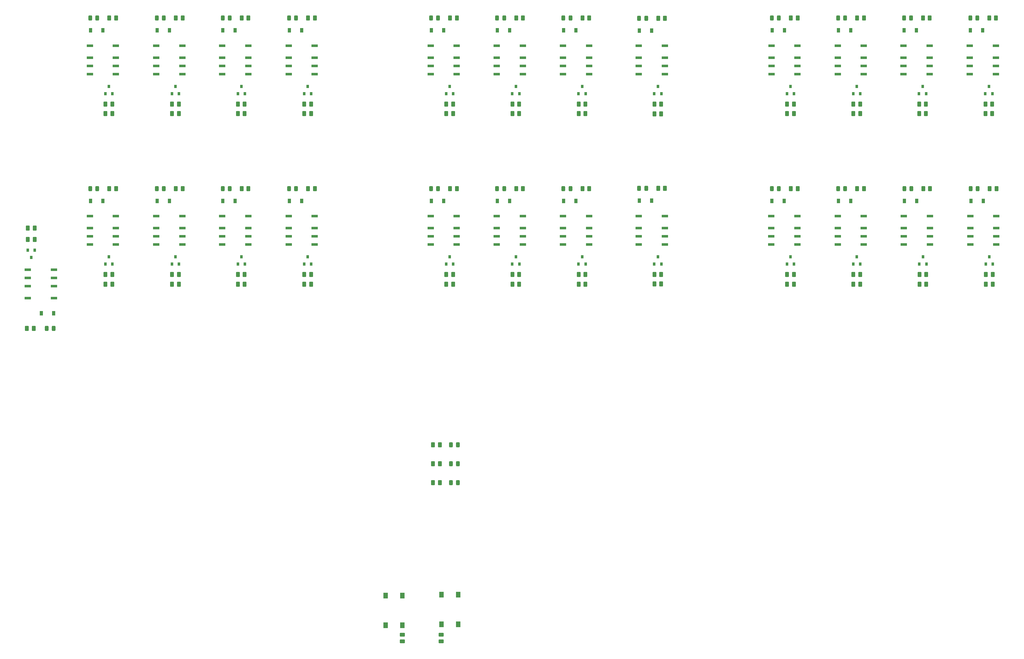
<source format=gbr>
%TF.GenerationSoftware,KiCad,Pcbnew,(5.99.0-12218-g749d2d5987)*%
%TF.CreationDate,2021-09-14T22:45:12+03:00*%
%TF.ProjectId,stend_main,7374656e-645f-46d6-9169-6e2e6b696361,rev*%
%TF.SameCoordinates,PX258bd10PYee998b0*%
%TF.FileFunction,Paste,Top*%
%TF.FilePolarity,Positive*%
%FSLAX46Y46*%
G04 Gerber Fmt 4.6, Leading zero omitted, Abs format (unit mm)*
G04 Created by KiCad (PCBNEW (5.99.0-12218-g749d2d5987)) date 2021-09-14 22:45:12*
%MOMM*%
%LPD*%
G01*
G04 APERTURE LIST*
G04 Aperture macros list*
%AMRoundRect*
0 Rectangle with rounded corners*
0 $1 Rounding radius*
0 $2 $3 $4 $5 $6 $7 $8 $9 X,Y pos of 4 corners*
0 Add a 4 corners polygon primitive as box body*
4,1,4,$2,$3,$4,$5,$6,$7,$8,$9,$2,$3,0*
0 Add four circle primitives for the rounded corners*
1,1,$1+$1,$2,$3*
1,1,$1+$1,$4,$5*
1,1,$1+$1,$6,$7*
1,1,$1+$1,$8,$9*
0 Add four rect primitives between the rounded corners*
20,1,$1+$1,$2,$3,$4,$5,0*
20,1,$1+$1,$4,$5,$6,$7,0*
20,1,$1+$1,$6,$7,$8,$9,0*
20,1,$1+$1,$8,$9,$2,$3,0*%
G04 Aperture macros list end*
%ADD10RoundRect,0.243750X0.243750X0.456250X-0.243750X0.456250X-0.243750X-0.456250X0.243750X-0.456250X0*%
%ADD11RoundRect,0.250000X-0.262500X-0.450000X0.262500X-0.450000X0.262500X0.450000X-0.262500X0.450000X0*%
%ADD12RoundRect,0.250000X0.262500X0.450000X-0.262500X0.450000X-0.262500X-0.450000X0.262500X-0.450000X0*%
%ADD13R,0.900000X1.200000*%
%ADD14R,0.800000X0.900000*%
%ADD15R,1.300000X1.550000*%
%ADD16R,1.800000X0.800000*%
%ADD17RoundRect,0.250000X-0.450000X0.262500X-0.450000X-0.262500X0.450000X-0.262500X0.450000X0.262500X0*%
%ADD18RoundRect,0.243750X-0.243750X-0.456250X0.243750X-0.456250X0.243750X0.456250X-0.243750X0.456250X0*%
%ADD19RoundRect,0.250000X0.450000X-0.262500X0.450000X0.262500X-0.450000X0.262500X-0.450000X-0.262500X0*%
G04 APERTURE END LIST*
D10*
%TO.C,VD1*%
X123365500Y60960000D03*
X121490500Y60960000D03*
%TD*%
D11*
%TO.C,R35*%
X121261500Y129783992D03*
X123086500Y129783992D03*
%TD*%
D12*
%TO.C,R66*%
X248943500Y149860000D03*
X247118500Y149860000D03*
%TD*%
D13*
%TO.C,VD49*%
X260859000Y172212000D03*
X264159000Y172212000D03*
%TD*%
D14*
%TO.C,VT9*%
X120208000Y155210000D03*
X122108000Y155210000D03*
X121158000Y157210000D03*
%TD*%
%TO.C,VT17*%
X211648000Y155210000D03*
X213548000Y155210000D03*
X212598000Y157210000D03*
%TD*%
D11*
%TO.C,R62*%
X230481500Y175514000D03*
X232306500Y175514000D03*
%TD*%
D13*
%TO.C,VD23*%
X116206000Y126482000D03*
X119506000Y126482000D03*
%TD*%
D12*
%TO.C,R80*%
X9548500Y92202000D03*
X7723500Y92202000D03*
%TD*%
D13*
%TO.C,VD19*%
X78106000Y126482000D03*
X81406000Y126482000D03*
%TD*%
D15*
%TO.C,S2*%
X108422000Y12535000D03*
X108422000Y20485000D03*
X103922000Y20485000D03*
X103922000Y12535000D03*
%TD*%
D16*
%TO.C,K22*%
X242981800Y122380000D03*
X242981800Y119180000D03*
X242981800Y116980000D03*
X242981800Y114780000D03*
X249981800Y114780000D03*
X249981800Y116980000D03*
X249981800Y119180000D03*
X249981800Y122380000D03*
%TD*%
D12*
%TO.C,R36*%
X139800500Y149860000D03*
X137975500Y149860000D03*
%TD*%
D11*
%TO.C,R1*%
X116689500Y60960000D03*
X118514500Y60960000D03*
%TD*%
D10*
%TO.C,VD46*%
X244985300Y129784000D03*
X243110300Y129784000D03*
%TD*%
D11*
%TO.C,R55*%
X211685500Y152410000D03*
X213510500Y152410000D03*
%TD*%
%TO.C,R77*%
X266041500Y129784000D03*
X267866500Y129784000D03*
%TD*%
%TO.C,R78*%
X7977500Y119126000D03*
X9802500Y119126000D03*
%TD*%
D12*
%TO.C,R60*%
X231290500Y149860000D03*
X229465500Y149860000D03*
%TD*%
D13*
%TO.C,VD15*%
X60292000Y126482000D03*
X63592000Y126482000D03*
%TD*%
D16*
%TO.C,K8*%
X77928000Y122380000D03*
X77928000Y119180000D03*
X77928000Y116980000D03*
X77928000Y114780000D03*
X84928000Y114780000D03*
X84928000Y116980000D03*
X84928000Y119180000D03*
X84928000Y122380000D03*
%TD*%
D13*
%TO.C,VD45*%
X243079000Y172212000D03*
X246379000Y172212000D03*
%TD*%
%TO.C,VD35*%
X172035200Y126492000D03*
X175335200Y126492000D03*
%TD*%
D12*
%TO.C,R15*%
X48491500Y104130000D03*
X46666500Y104130000D03*
%TD*%
D14*
%TO.C,VT6*%
X64294000Y109480000D03*
X66194000Y109480000D03*
X65244000Y111480000D03*
%TD*%
D11*
%TO.C,R37*%
X137975500Y152410000D03*
X139800500Y152410000D03*
%TD*%
D14*
%TO.C,VT15*%
X176037200Y155200000D03*
X177937200Y155200000D03*
X176987200Y157200000D03*
%TD*%
D11*
%TO.C,R38*%
X138991500Y175514000D03*
X140816500Y175514000D03*
%TD*%
D10*
%TO.C,VD26*%
X135761500Y129784000D03*
X133886500Y129784000D03*
%TD*%
D11*
%TO.C,R8*%
X29821500Y175514000D03*
X31646500Y175514000D03*
%TD*%
D10*
%TO.C,VD10*%
X44452500Y129784000D03*
X42577500Y129784000D03*
%TD*%
%TO.C,VD32*%
X173860700Y175504000D03*
X171985700Y175504000D03*
%TD*%
D16*
%TO.C,K18*%
X207444000Y122380000D03*
X207444000Y119180000D03*
X207444000Y116980000D03*
X207444000Y114780000D03*
X214444000Y114780000D03*
X214444000Y116980000D03*
X214444000Y119180000D03*
X214444000Y122380000D03*
%TD*%
%TO.C,K11*%
X133758000Y168110000D03*
X133758000Y164910000D03*
X133758000Y162710000D03*
X133758000Y160510000D03*
X140758000Y160510000D03*
X140758000Y162710000D03*
X140758000Y164910000D03*
X140758000Y168110000D03*
%TD*%
%TO.C,K12*%
X133758000Y122380000D03*
X133758000Y119180000D03*
X133758000Y116980000D03*
X133758000Y114780000D03*
X140758000Y114780000D03*
X140758000Y116980000D03*
X140758000Y119180000D03*
X140758000Y122380000D03*
%TD*%
%TO.C,K7*%
X77928000Y168110000D03*
X77928000Y164910000D03*
X77928000Y162710000D03*
X77928000Y160510000D03*
X84928000Y160510000D03*
X84928000Y162710000D03*
X84928000Y164910000D03*
X84928000Y168110000D03*
%TD*%
D14*
%TO.C,VT13*%
X155717000Y155210000D03*
X157617000Y155210000D03*
X156667000Y157210000D03*
%TD*%
D11*
%TO.C,R17*%
X47682500Y129784000D03*
X49507500Y129784000D03*
%TD*%
D16*
%TO.C,K10*%
X116028000Y122380000D03*
X116028000Y119180000D03*
X116028000Y116980000D03*
X116028000Y114780000D03*
X123028000Y114780000D03*
X123028000Y116980000D03*
X123028000Y119180000D03*
X123028000Y122380000D03*
%TD*%
D10*
%TO.C,VD22*%
X118031500Y129784000D03*
X116156500Y129784000D03*
%TD*%
D12*
%TO.C,R48*%
X177899700Y149850000D03*
X176074700Y149850000D03*
%TD*%
D11*
%TO.C,R29*%
X83161500Y129784000D03*
X84986500Y129784000D03*
%TD*%
D12*
%TO.C,R79*%
X9802500Y116078000D03*
X7977500Y116078000D03*
%TD*%
%TO.C,R75*%
X266850500Y104130000D03*
X265025500Y104130000D03*
%TD*%
D14*
%TO.C,VT18*%
X211624000Y109480000D03*
X213524000Y109480000D03*
X212574000Y111480000D03*
%TD*%
%TO.C,VT3*%
X46629000Y155210000D03*
X48529000Y155210000D03*
X47579000Y157210000D03*
%TD*%
D11*
%TO.C,R2*%
X116689500Y55880000D03*
X118514500Y55880000D03*
%TD*%
D14*
%TO.C,VT25*%
X9840000Y113268000D03*
X7940000Y113268000D03*
X8890000Y111268000D03*
%TD*%
D11*
%TO.C,R52*%
X176074700Y106690000D03*
X177899700Y106690000D03*
%TD*%
D10*
%TO.C,VD40*%
X227251500Y175514000D03*
X225376500Y175514000D03*
%TD*%
%TO.C,VD20*%
X118031500Y175514000D03*
X116156500Y175514000D03*
%TD*%
D14*
%TO.C,VT12*%
X137938000Y109480000D03*
X139838000Y109480000D03*
X138888000Y111480000D03*
%TD*%
%TO.C,VT8*%
X82108000Y109480000D03*
X84008000Y109480000D03*
X83058000Y111480000D03*
%TD*%
D16*
%TO.C,K17*%
X207468000Y168110000D03*
X207468000Y164910000D03*
X207468000Y162710000D03*
X207468000Y160510000D03*
X214468000Y160510000D03*
X214468000Y162710000D03*
X214468000Y164910000D03*
X214468000Y168110000D03*
%TD*%
D11*
%TO.C,R20*%
X65347500Y175514000D03*
X67172500Y175514000D03*
%TD*%
%TO.C,R56*%
X212701500Y175514000D03*
X214526500Y175514000D03*
%TD*%
D10*
%TO.C,VD44*%
X244904500Y175514000D03*
X243029500Y175514000D03*
%TD*%
D16*
%TO.C,K25*%
X14940000Y100352000D03*
X14940000Y103552000D03*
X14940000Y105752000D03*
X14940000Y107952000D03*
X7940000Y107952000D03*
X7940000Y105752000D03*
X7940000Y103552000D03*
X7940000Y100352000D03*
%TD*%
D14*
%TO.C,VT7*%
X82108000Y155210000D03*
X84008000Y155210000D03*
X83058000Y157210000D03*
%TD*%
D10*
%TO.C,VD14*%
X62117500Y129784000D03*
X60242500Y129784000D03*
%TD*%
%TO.C,VD2*%
X123365500Y55880000D03*
X121490500Y55880000D03*
%TD*%
D14*
%TO.C,VT11*%
X137938000Y155210000D03*
X139838000Y155210000D03*
X138888000Y157210000D03*
%TD*%
D12*
%TO.C,R21*%
X66156500Y104130000D03*
X64331500Y104130000D03*
%TD*%
D13*
%TO.C,VD41*%
X225426000Y172212000D03*
X228726000Y172212000D03*
%TD*%
D12*
%TO.C,R63*%
X231288500Y104130000D03*
X229463500Y104130000D03*
%TD*%
%TO.C,R45*%
X157579500Y104130000D03*
X155754500Y104130000D03*
%TD*%
D13*
%TO.C,VD47*%
X243159800Y126482000D03*
X246459800Y126482000D03*
%TD*%
D10*
%TO.C,VD4*%
X26591500Y175514000D03*
X24716500Y175514000D03*
%TD*%
D11*
%TO.C,R16*%
X46666500Y106680000D03*
X48491500Y106680000D03*
%TD*%
D14*
%TO.C,VT19*%
X229428000Y155210000D03*
X231328000Y155210000D03*
X230378000Y157210000D03*
%TD*%
%TO.C,VT4*%
X46629000Y109480000D03*
X48529000Y109480000D03*
X47579000Y111480000D03*
%TD*%
D11*
%TO.C,R3*%
X116689500Y50800000D03*
X118514500Y50800000D03*
%TD*%
D12*
%TO.C,R12*%
X48491500Y149860000D03*
X46666500Y149860000D03*
%TD*%
D17*
%TO.C,R4*%
X118872000Y10056500D03*
X118872000Y8231500D03*
%TD*%
D16*
%TO.C,K6*%
X60114000Y122380000D03*
X60114000Y119180000D03*
X60114000Y116980000D03*
X60114000Y114780000D03*
X67114000Y114780000D03*
X67114000Y116980000D03*
X67114000Y119180000D03*
X67114000Y122380000D03*
%TD*%
D10*
%TO.C,VD6*%
X26591500Y129784000D03*
X24716500Y129784000D03*
%TD*%
D13*
%TO.C,VD17*%
X78106000Y172212000D03*
X81406000Y172212000D03*
%TD*%
D11*
%TO.C,R61*%
X229465500Y152410000D03*
X231290500Y152410000D03*
%TD*%
D14*
%TO.C,VT5*%
X64294000Y155210000D03*
X66194000Y155210000D03*
X65244000Y157210000D03*
%TD*%
D11*
%TO.C,R22*%
X64331500Y106680000D03*
X66156500Y106680000D03*
%TD*%
D16*
%TO.C,K1*%
X24588000Y168110000D03*
X24588000Y164910000D03*
X24588000Y162710000D03*
X24588000Y160510000D03*
X31588000Y160510000D03*
X31588000Y162710000D03*
X31588000Y164910000D03*
X31588000Y168110000D03*
%TD*%
D11*
%TO.C,R32*%
X121261500Y175514000D03*
X123086500Y175514000D03*
%TD*%
%TO.C,R64*%
X229463500Y106680000D03*
X231288500Y106680000D03*
%TD*%
%TO.C,R31*%
X120245500Y152410000D03*
X122070500Y152410000D03*
%TD*%
%TO.C,R70*%
X247199300Y106680000D03*
X249024300Y106680000D03*
%TD*%
%TO.C,R26*%
X83161500Y175514000D03*
X84986500Y175514000D03*
%TD*%
D10*
%TO.C,VD18*%
X79931500Y129784000D03*
X78056500Y129784000D03*
%TD*%
D16*
%TO.C,K2*%
X24588000Y122380000D03*
X24588000Y119180000D03*
X24588000Y116980000D03*
X24588000Y114780000D03*
X31588000Y114780000D03*
X31588000Y116980000D03*
X31588000Y119180000D03*
X31588000Y122380000D03*
%TD*%
%TO.C,K14*%
X151537000Y122380000D03*
X151537000Y119180000D03*
X151537000Y116980000D03*
X151537000Y114780000D03*
X158537000Y114780000D03*
X158537000Y116980000D03*
X158537000Y119180000D03*
X158537000Y122380000D03*
%TD*%
D11*
%TO.C,R68*%
X248134500Y175514000D03*
X249959500Y175514000D03*
%TD*%
%TO.C,R28*%
X82145500Y106680000D03*
X83970500Y106680000D03*
%TD*%
%TO.C,R59*%
X212677500Y129784000D03*
X214502500Y129784000D03*
%TD*%
D12*
%TO.C,R57*%
X213486500Y104130000D03*
X211661500Y104130000D03*
%TD*%
D11*
%TO.C,R14*%
X47682500Y175514000D03*
X49507500Y175514000D03*
%TD*%
D12*
%TO.C,R42*%
X157579500Y149860000D03*
X155754500Y149860000D03*
%TD*%
D14*
%TO.C,VT1*%
X28768000Y155210000D03*
X30668000Y155210000D03*
X29718000Y157210000D03*
%TD*%
D12*
%TO.C,R33*%
X122070500Y104130000D03*
X120245500Y104130000D03*
%TD*%
D15*
%TO.C,S1*%
X118908000Y20739000D03*
X118908000Y12789000D03*
X123408000Y20739000D03*
X123408000Y12789000D03*
%TD*%
D13*
%TO.C,VD7*%
X24766000Y126482000D03*
X28066000Y126482000D03*
%TD*%
D11*
%TO.C,R67*%
X247118500Y152410000D03*
X248943500Y152410000D03*
%TD*%
D16*
%TO.C,K5*%
X60114000Y168110000D03*
X60114000Y164910000D03*
X60114000Y162710000D03*
X60114000Y160510000D03*
X67114000Y160510000D03*
X67114000Y162710000D03*
X67114000Y164910000D03*
X67114000Y168110000D03*
%TD*%
D13*
%TO.C,VD51*%
X260986000Y126482000D03*
X264286000Y126482000D03*
%TD*%
D11*
%TO.C,R49*%
X176074700Y152400000D03*
X177899700Y152400000D03*
%TD*%
D14*
%TO.C,VT20*%
X229426000Y109480000D03*
X231326000Y109480000D03*
X230376000Y111480000D03*
%TD*%
D18*
%TO.C,VD52*%
X13032500Y92202000D03*
X14907500Y92202000D03*
%TD*%
D10*
%TO.C,VD34*%
X173860700Y129794000D03*
X171985700Y129794000D03*
%TD*%
D16*
%TO.C,K13*%
X151537000Y168110000D03*
X151537000Y164910000D03*
X151537000Y162710000D03*
X151537000Y160510000D03*
X158537000Y160510000D03*
X158537000Y162710000D03*
X158537000Y164910000D03*
X158537000Y168110000D03*
%TD*%
D11*
%TO.C,R34*%
X120245500Y106680000D03*
X122070500Y106680000D03*
%TD*%
%TO.C,R74*%
X265914500Y175514000D03*
X267739500Y175514000D03*
%TD*%
%TO.C,R19*%
X64331500Y152410000D03*
X66156500Y152410000D03*
%TD*%
D16*
%TO.C,K20*%
X225246000Y122380000D03*
X225246000Y119180000D03*
X225246000Y116980000D03*
X225246000Y114780000D03*
X232246000Y114780000D03*
X232246000Y116980000D03*
X232246000Y119180000D03*
X232246000Y122380000D03*
%TD*%
D12*
%TO.C,R24*%
X83970500Y149860000D03*
X82145500Y149860000D03*
%TD*%
D14*
%TO.C,VT21*%
X247081000Y155210000D03*
X248981000Y155210000D03*
X248031000Y157210000D03*
%TD*%
D11*
%TO.C,R41*%
X138991500Y129784000D03*
X140816500Y129784000D03*
%TD*%
D13*
%TO.C,VD21*%
X116206000Y172212000D03*
X119506000Y172212000D03*
%TD*%
D12*
%TO.C,R69*%
X249024300Y104130000D03*
X247199300Y104130000D03*
%TD*%
D13*
%TO.C,VD43*%
X225424000Y126482000D03*
X228724000Y126482000D03*
%TD*%
D12*
%TO.C,R30*%
X122070500Y149860000D03*
X120245500Y149860000D03*
%TD*%
D13*
%TO.C,VD29*%
X151715000Y172212000D03*
X155015000Y172212000D03*
%TD*%
D11*
%TO.C,R43*%
X155754500Y152410000D03*
X157579500Y152410000D03*
%TD*%
D16*
%TO.C,K24*%
X260808000Y122380000D03*
X260808000Y119180000D03*
X260808000Y116980000D03*
X260808000Y114780000D03*
X267808000Y114780000D03*
X267808000Y116980000D03*
X267808000Y119180000D03*
X267808000Y122380000D03*
%TD*%
D13*
%TO.C,VD33*%
X172035200Y172202000D03*
X175335200Y172202000D03*
%TD*%
%TO.C,VD37*%
X207646000Y172212000D03*
X210946000Y172212000D03*
%TD*%
D16*
%TO.C,K4*%
X42449000Y122380000D03*
X42449000Y119180000D03*
X42449000Y116980000D03*
X42449000Y114780000D03*
X49449000Y114780000D03*
X49449000Y116980000D03*
X49449000Y119180000D03*
X49449000Y122380000D03*
%TD*%
D11*
%TO.C,R46*%
X155754500Y106680000D03*
X157579500Y106680000D03*
%TD*%
D10*
%TO.C,VD48*%
X262684500Y175514000D03*
X260809500Y175514000D03*
%TD*%
D11*
%TO.C,R7*%
X28805500Y152410000D03*
X30630500Y152410000D03*
%TD*%
%TO.C,R76*%
X265025500Y106680000D03*
X266850500Y106680000D03*
%TD*%
%TO.C,R71*%
X248215300Y129784000D03*
X250040300Y129784000D03*
%TD*%
D13*
%TO.C,VD9*%
X42627000Y172212000D03*
X45927000Y172212000D03*
%TD*%
D12*
%TO.C,R51*%
X177899700Y104140000D03*
X176074700Y104140000D03*
%TD*%
D13*
%TO.C,VD53*%
X14858000Y96266000D03*
X11558000Y96266000D03*
%TD*%
D10*
%TO.C,VD3*%
X123365500Y50800000D03*
X121490500Y50800000D03*
%TD*%
D11*
%TO.C,R23*%
X65347500Y129784000D03*
X67172500Y129784000D03*
%TD*%
D13*
%TO.C,VD13*%
X60292000Y172212000D03*
X63592000Y172212000D03*
%TD*%
%TO.C,VD11*%
X42627000Y126482000D03*
X45927000Y126482000D03*
%TD*%
D12*
%TO.C,R54*%
X213510500Y149860000D03*
X211685500Y149860000D03*
%TD*%
D16*
%TO.C,K16*%
X171857200Y122390000D03*
X171857200Y119190000D03*
X171857200Y116990000D03*
X171857200Y114790000D03*
X178857200Y114790000D03*
X178857200Y116990000D03*
X178857200Y119190000D03*
X178857200Y122390000D03*
%TD*%
D12*
%TO.C,R72*%
X266723500Y149860000D03*
X264898500Y149860000D03*
%TD*%
D10*
%TO.C,VD30*%
X153540500Y129784000D03*
X151665500Y129784000D03*
%TD*%
%TO.C,VD16*%
X79931500Y175514000D03*
X78056500Y175514000D03*
%TD*%
%TO.C,VD42*%
X227249500Y129784000D03*
X225374500Y129784000D03*
%TD*%
D14*
%TO.C,VT23*%
X264861000Y155210000D03*
X266761000Y155210000D03*
X265811000Y157210000D03*
%TD*%
D11*
%TO.C,R65*%
X230479500Y129784000D03*
X232304500Y129784000D03*
%TD*%
D13*
%TO.C,VD27*%
X133936000Y126482000D03*
X137236000Y126482000D03*
%TD*%
D16*
%TO.C,K19*%
X225248000Y168110000D03*
X225248000Y164910000D03*
X225248000Y162710000D03*
X225248000Y160510000D03*
X232248000Y160510000D03*
X232248000Y162710000D03*
X232248000Y164910000D03*
X232248000Y168110000D03*
%TD*%
D12*
%TO.C,R18*%
X66156500Y149860000D03*
X64331500Y149860000D03*
%TD*%
D19*
%TO.C,R5*%
X108458000Y8231500D03*
X108458000Y10056500D03*
%TD*%
D13*
%TO.C,VD5*%
X24766000Y172212000D03*
X28066000Y172212000D03*
%TD*%
D14*
%TO.C,VT22*%
X247161800Y109480000D03*
X249061800Y109480000D03*
X248111800Y111480000D03*
%TD*%
%TO.C,VT16*%
X176037200Y109490000D03*
X177937200Y109490000D03*
X176987200Y111490000D03*
%TD*%
D13*
%TO.C,VD31*%
X151715000Y126482000D03*
X155015000Y126482000D03*
%TD*%
D11*
%TO.C,R58*%
X211661500Y106680000D03*
X213486500Y106680000D03*
%TD*%
D10*
%TO.C,VD28*%
X153540500Y175514000D03*
X151665500Y175514000D03*
%TD*%
D12*
%TO.C,R39*%
X139800500Y104130000D03*
X137975500Y104130000D03*
%TD*%
D11*
%TO.C,R11*%
X29821500Y129784000D03*
X31646500Y129784000D03*
%TD*%
D14*
%TO.C,VT2*%
X28768000Y109480000D03*
X30668000Y109480000D03*
X29718000Y111480000D03*
%TD*%
D13*
%TO.C,VD39*%
X207622000Y126482000D03*
X210922000Y126482000D03*
%TD*%
D11*
%TO.C,R25*%
X82145500Y152410000D03*
X83970500Y152410000D03*
%TD*%
%TO.C,R13*%
X46666500Y152410000D03*
X48491500Y152410000D03*
%TD*%
D10*
%TO.C,VD36*%
X209471500Y175514000D03*
X207596500Y175514000D03*
%TD*%
D16*
%TO.C,K21*%
X242901000Y168110000D03*
X242901000Y164910000D03*
X242901000Y162710000D03*
X242901000Y160510000D03*
X249901000Y160510000D03*
X249901000Y162710000D03*
X249901000Y164910000D03*
X249901000Y168110000D03*
%TD*%
D14*
%TO.C,VT14*%
X155717000Y109480000D03*
X157617000Y109480000D03*
X156667000Y111480000D03*
%TD*%
D11*
%TO.C,R50*%
X177090700Y175504000D03*
X178915700Y175504000D03*
%TD*%
D12*
%TO.C,R6*%
X30630500Y149860000D03*
X28805500Y149860000D03*
%TD*%
D10*
%TO.C,VD12*%
X62117500Y175514000D03*
X60242500Y175514000D03*
%TD*%
D16*
%TO.C,K3*%
X42449000Y168110000D03*
X42449000Y164910000D03*
X42449000Y162710000D03*
X42449000Y160510000D03*
X49449000Y160510000D03*
X49449000Y162710000D03*
X49449000Y164910000D03*
X49449000Y168110000D03*
%TD*%
%TO.C,K15*%
X171857200Y168100000D03*
X171857200Y164900000D03*
X171857200Y162700000D03*
X171857200Y160500000D03*
X178857200Y160500000D03*
X178857200Y162700000D03*
X178857200Y164900000D03*
X178857200Y168100000D03*
%TD*%
D14*
%TO.C,VT10*%
X120208000Y109480000D03*
X122108000Y109480000D03*
X121158000Y111480000D03*
%TD*%
D10*
%TO.C,VD38*%
X209447500Y129784000D03*
X207572500Y129784000D03*
%TD*%
%TO.C,VD50*%
X262811500Y129784000D03*
X260936500Y129784000D03*
%TD*%
%TO.C,VD24*%
X135761500Y175514000D03*
X133886500Y175514000D03*
%TD*%
D11*
%TO.C,R47*%
X156770500Y129784000D03*
X158595500Y129784000D03*
%TD*%
%TO.C,R10*%
X28805500Y106680000D03*
X30630500Y106680000D03*
%TD*%
D12*
%TO.C,R27*%
X83970500Y104130000D03*
X82145500Y104130000D03*
%TD*%
D16*
%TO.C,K23*%
X260681000Y168110000D03*
X260681000Y164910000D03*
X260681000Y162710000D03*
X260681000Y160510000D03*
X267681000Y160510000D03*
X267681000Y162710000D03*
X267681000Y164910000D03*
X267681000Y168110000D03*
%TD*%
D14*
%TO.C,VT24*%
X264988000Y109480000D03*
X266888000Y109480000D03*
X265938000Y111480000D03*
%TD*%
D11*
%TO.C,R53*%
X177090700Y129794000D03*
X178915700Y129794000D03*
%TD*%
%TO.C,R44*%
X156770500Y175514000D03*
X158595500Y175514000D03*
%TD*%
D16*
%TO.C,K9*%
X116028000Y168110000D03*
X116028000Y164910000D03*
X116028000Y162710000D03*
X116028000Y160510000D03*
X123028000Y160510000D03*
X123028000Y162710000D03*
X123028000Y164910000D03*
X123028000Y168110000D03*
%TD*%
D12*
%TO.C,R9*%
X30630500Y104130000D03*
X28805500Y104130000D03*
%TD*%
D11*
%TO.C,R73*%
X264898500Y152410000D03*
X266723500Y152410000D03*
%TD*%
D13*
%TO.C,VD25*%
X133936000Y172212000D03*
X137236000Y172212000D03*
%TD*%
D11*
%TO.C,R40*%
X137975500Y106680000D03*
X139800500Y106680000D03*
%TD*%
D10*
%TO.C,VD8*%
X44452500Y175514000D03*
X42577500Y175514000D03*
%TD*%
M02*

</source>
